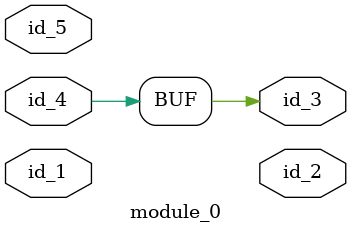
<source format=v>
module module_0 (
    id_1,
    id_2,
    id_3,
    id_4,
    id_5
);
  input wire id_5;
  input wire id_4;
  output wire id_3;
  output wire id_2;
  inout wire id_1;
  assign id_3 = id_4;
endmodule
module module_1;
  assign id_1 = id_1;
  module_0 modCall_1 (
      id_1,
      id_1,
      id_1,
      id_1,
      id_1
  );
endmodule
module module_2 (
    id_1,
    id_2,
    id_3,
    id_4
);
  input wire id_4;
  output wire id_3;
  output wire id_2;
  inout wire id_1;
  wire id_5;
  module_0 modCall_1 (
      id_1,
      id_3,
      id_5,
      id_4,
      id_4
  );
endmodule
module module_3;
  wire id_1;
  module_0 modCall_1 (
      id_1,
      id_1,
      id_1,
      id_1,
      id_1
  );
endmodule

</source>
